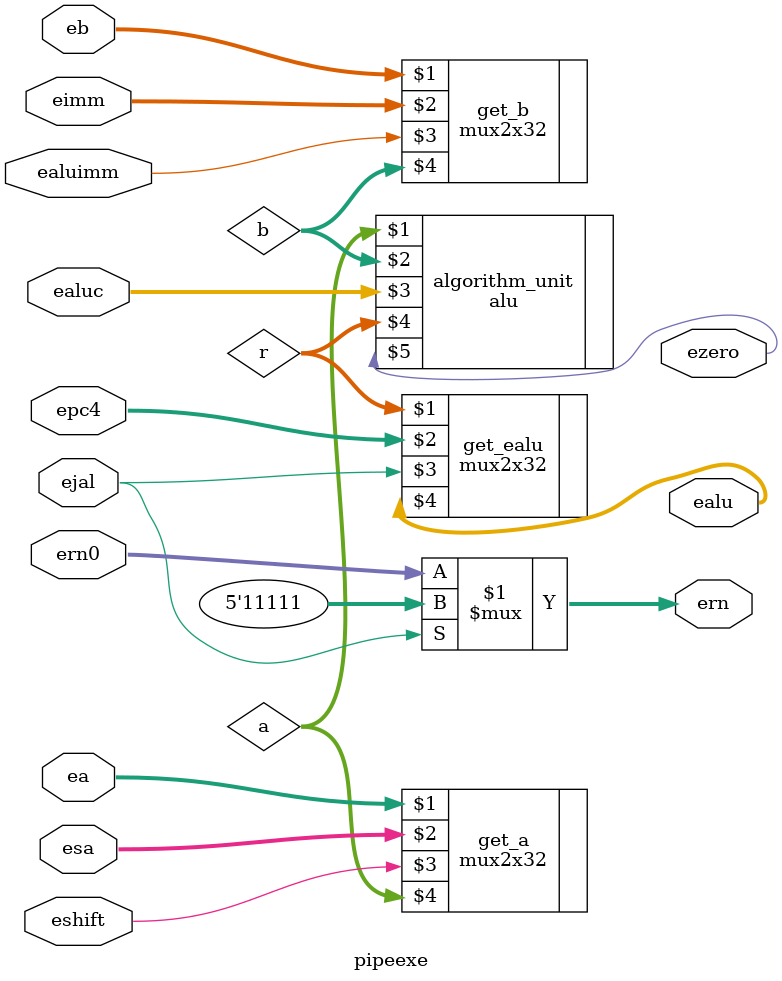
<source format=v>
module pipeexe ( ealuc,ealuimm,ea,eb,eimm,esa,eshift,ern0,epc4,ejal,ern,ealu ,ezero);
	input ealuimm, ejal, eshift;
	input [3:0] ealuc;
	input [4:0] ern0;
	input [31:0] ea, eb, eimm, epc4, esa;
	output [31:0] ealu;
	output [4:0] ern;
	output ezero;
	
	wire [31:0] a, b, sa, r;// epc8;
	
	//assign epc8 = epc4 + 4;
	mux2x32 get_a(ea, esa, eshift, a);
	mux2x32 get_b(eb, eimm, ealuimm, b);
	alu algorithm_unit(a,b,ealuc,r,ezero);
	mux2x32 get_ealu(r, epc4, ejal, ealu);
	
	assign ern = ejal ? 5'b11111 : ern0;
endmodule
</source>
